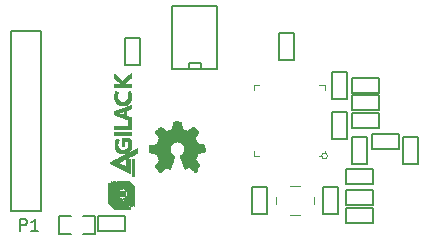
<source format=gbr>
G04 #@! TF.GenerationSoftware,KiCad,Pcbnew,5.0.2*
G04 #@! TF.CreationDate,2020-08-28T22:47:43+02:00*
G04 #@! TF.ProjectId,pmod-wifi-esp32,706d6f64-2d77-4696-9669-2d6573703332,2*
G04 #@! TF.SameCoordinates,Original*
G04 #@! TF.FileFunction,Legend,Top*
G04 #@! TF.FilePolarity,Positive*
%FSLAX46Y46*%
G04 Gerber Fmt 4.6, Leading zero omitted, Abs format (unit mm)*
G04 Created by KiCad (PCBNEW 5.0.2) date ven. 28 août 2020 22:47:43 CEST*
%MOMM*%
%LPD*%
G01*
G04 APERTURE LIST*
%ADD10C,0.101600*%
%ADD11C,0.150000*%
%ADD12C,0.127000*%
%ADD13C,0.100000*%
%ADD14C,0.027940*%
G04 APERTURE END LIST*
D10*
G04 #@! TO.C,U1*
X155750000Y-108000000D02*
X155550000Y-108000000D01*
X156000000Y-107550000D02*
X156000000Y-107750000D01*
X156000000Y-102000000D02*
X155550000Y-102000000D01*
X156000000Y-102450000D02*
X156000000Y-102000000D01*
X150000000Y-102000000D02*
X150000000Y-102450000D01*
X150450000Y-102000000D02*
X150000000Y-102000000D01*
X150000000Y-108000000D02*
X150450000Y-108000000D01*
X150000000Y-107550000D02*
X150000000Y-108000000D01*
X156250000Y-108000000D02*
G75*
G03X156250000Y-108000000I-250000J0D01*
G01*
D11*
G04 #@! TO.C,P1*
X132000000Y-112620000D02*
X132000000Y-97380000D01*
X132000000Y-97380000D02*
X129460000Y-97380000D01*
X129460000Y-97380000D02*
X129460000Y-112620000D01*
X132000000Y-112620000D02*
X129460000Y-112620000D01*
D12*
G04 #@! TO.C,C4*
X159635000Y-106357000D02*
X159635000Y-108643000D01*
X159635000Y-108643000D02*
X158365000Y-108643000D01*
X158365000Y-108643000D02*
X158365000Y-106357000D01*
X158365000Y-106357000D02*
X159635000Y-106357000D01*
G04 #@! TO.C,C5*
X163885000Y-106357000D02*
X163885000Y-108643000D01*
X163885000Y-108643000D02*
X162615000Y-108643000D01*
X162615000Y-108643000D02*
X162615000Y-106357000D01*
X162615000Y-106357000D02*
X163885000Y-106357000D01*
G04 #@! TO.C,L1*
X159977000Y-107385000D02*
X159977000Y-106115000D01*
X162263000Y-107385000D02*
X159977000Y-107385000D01*
X162263000Y-106115000D02*
X162263000Y-107385000D01*
X159977000Y-106115000D02*
X162263000Y-106115000D01*
G04 #@! TO.C,C8*
X157885000Y-106543000D02*
X156615000Y-106543000D01*
X157885000Y-104257000D02*
X157885000Y-106543000D01*
X156615000Y-104257000D02*
X157885000Y-104257000D01*
X156615000Y-106543000D02*
X156615000Y-104257000D01*
G04 #@! TO.C,C9*
X160643000Y-102635000D02*
X158357000Y-102635000D01*
X158357000Y-102635000D02*
X158357000Y-101365000D01*
X158357000Y-101365000D02*
X160643000Y-101365000D01*
X160643000Y-101365000D02*
X160643000Y-102635000D01*
G04 #@! TO.C,C10*
X160643000Y-102865000D02*
X160643000Y-104135000D01*
X158357000Y-102865000D02*
X160643000Y-102865000D01*
X158357000Y-104135000D02*
X158357000Y-102865000D01*
X160643000Y-104135000D02*
X158357000Y-104135000D01*
G04 #@! TO.C,L2*
X160643000Y-105635000D02*
X158357000Y-105635000D01*
X158357000Y-105635000D02*
X158357000Y-104365000D01*
X158357000Y-104365000D02*
X160643000Y-104365000D01*
X160643000Y-104365000D02*
X160643000Y-105635000D01*
G04 #@! TO.C,C2*
X157857000Y-110385000D02*
X157857000Y-109115000D01*
X160143000Y-110385000D02*
X157857000Y-110385000D01*
X160143000Y-109115000D02*
X160143000Y-110385000D01*
X157857000Y-109115000D02*
X160143000Y-109115000D01*
G04 #@! TO.C,C3*
X157857000Y-110865000D02*
X160143000Y-110865000D01*
X160143000Y-110865000D02*
X160143000Y-112135000D01*
X160143000Y-112135000D02*
X157857000Y-112135000D01*
X157857000Y-112135000D02*
X157857000Y-110865000D01*
G04 #@! TO.C,R2*
X156615000Y-103143000D02*
X156615000Y-100857000D01*
X156615000Y-100857000D02*
X157885000Y-100857000D01*
X157885000Y-100857000D02*
X157885000Y-103143000D01*
X157885000Y-103143000D02*
X156615000Y-103143000D01*
G04 #@! TO.C,R1*
X157857000Y-112365000D02*
X160143000Y-112365000D01*
X160143000Y-112365000D02*
X160143000Y-113635000D01*
X160143000Y-113635000D02*
X157857000Y-113635000D01*
X157857000Y-113635000D02*
X157857000Y-112365000D01*
G04 #@! TO.C,C6*
X157135000Y-110607000D02*
X157135000Y-112893000D01*
X157135000Y-112893000D02*
X155865000Y-112893000D01*
X155865000Y-112893000D02*
X155865000Y-110607000D01*
X155865000Y-110607000D02*
X157135000Y-110607000D01*
G04 #@! TO.C,C7*
X151135000Y-112893000D02*
X149865000Y-112893000D01*
X151135000Y-110607000D02*
X151135000Y-112893000D01*
X149865000Y-110607000D02*
X151135000Y-110607000D01*
X149865000Y-112893000D02*
X149865000Y-110607000D01*
D13*
G04 #@! TO.C,X1*
X153100000Y-113000000D02*
X153900000Y-113000000D01*
X153100000Y-110500000D02*
X153900000Y-110500000D01*
X155100000Y-111450000D02*
X155100000Y-112050000D01*
X151900000Y-112050000D02*
X151900000Y-111450000D01*
D12*
G04 #@! TO.C,U2*
X146778000Y-100667000D02*
X146905000Y-100667000D01*
X146905000Y-100667000D02*
X146905000Y-95333000D01*
X143095000Y-95333000D02*
X143095000Y-100667000D01*
X143095000Y-100667000D02*
X146778000Y-100667000D01*
X144492000Y-100667000D02*
X144492000Y-100159000D01*
X144492000Y-100159000D02*
X145508000Y-100159000D01*
X145508000Y-100159000D02*
X145508000Y-100667000D01*
X143095000Y-95333000D02*
X146905000Y-95333000D01*
G04 #@! TO.C,C1*
X135508000Y-113038000D02*
X136524000Y-113038000D01*
X136524000Y-113038000D02*
X136524000Y-114562000D01*
X136524000Y-114562000D02*
X135508000Y-114562000D01*
X134492000Y-114562000D02*
X133476000Y-114562000D01*
X133476000Y-114562000D02*
X133476000Y-113038000D01*
X133476000Y-113038000D02*
X134492000Y-113038000D01*
G04 #@! TO.C,C11*
X140385000Y-100283000D02*
X139115000Y-100283000D01*
X140385000Y-97997000D02*
X140385000Y-100283000D01*
X139115000Y-97997000D02*
X140385000Y-97997000D01*
X139115000Y-100283000D02*
X139115000Y-97997000D01*
G04 #@! TO.C,FB1*
X136857000Y-113115000D02*
X139143000Y-113115000D01*
X139143000Y-113115000D02*
X139143000Y-114385000D01*
X139143000Y-114385000D02*
X136857000Y-114385000D01*
X136857000Y-114385000D02*
X136857000Y-113115000D01*
G04 #@! TO.C,C12*
X152165000Y-99893000D02*
X152165000Y-97607000D01*
X152165000Y-97607000D02*
X153435000Y-97607000D01*
X153435000Y-97607000D02*
X153435000Y-99893000D01*
X153435000Y-99893000D02*
X152165000Y-99893000D01*
D14*
G04 #@! TO.C,ohw_logo*
X142064900Y-109386600D02*
X142141100Y-109386600D01*
X145036700Y-109361200D02*
X145087500Y-109361200D01*
X142039500Y-109361200D02*
X142141100Y-109361200D01*
X145011300Y-109335800D02*
X145112900Y-109335800D01*
X142014100Y-109335800D02*
X142166500Y-109335800D01*
X144985900Y-109310400D02*
X145138300Y-109310400D01*
X141988700Y-109310400D02*
X142166500Y-109310400D01*
X144960500Y-109285000D02*
X145163700Y-109285000D01*
X141963300Y-109285000D02*
X142191900Y-109285000D01*
X144935100Y-109259600D02*
X145163700Y-109259600D01*
X141937900Y-109259600D02*
X142191900Y-109259600D01*
X144909700Y-109234200D02*
X145189100Y-109234200D01*
X141937900Y-109234200D02*
X142217300Y-109234200D01*
X144858900Y-109208800D02*
X145189100Y-109208800D01*
X141912500Y-109208800D02*
X142242700Y-109208800D01*
X144808100Y-109183400D02*
X145214500Y-109183400D01*
X141912500Y-109183400D02*
X142268100Y-109183400D01*
X144757300Y-109158000D02*
X145214500Y-109158000D01*
X141912500Y-109158000D02*
X142293500Y-109158000D01*
X144731900Y-109132600D02*
X145214500Y-109132600D01*
X141912500Y-109132600D02*
X142344300Y-109132600D01*
X144706500Y-109107200D02*
X145214500Y-109107200D01*
X141887100Y-109107200D02*
X142369700Y-109107200D01*
X144655700Y-109081800D02*
X145214500Y-109081800D01*
X144147700Y-109081800D02*
X144173100Y-109081800D01*
X142852300Y-109081800D02*
X142903100Y-109081800D01*
X141861700Y-109081800D02*
X142420500Y-109081800D01*
X144655700Y-109056400D02*
X145214500Y-109056400D01*
X144147700Y-109056400D02*
X144223900Y-109056400D01*
X142801500Y-109056400D02*
X142903100Y-109056400D01*
X141836300Y-109056400D02*
X142445900Y-109056400D01*
X144630300Y-109031000D02*
X145189100Y-109031000D01*
X144122300Y-109031000D02*
X144274700Y-109031000D01*
X142750700Y-109031000D02*
X142928500Y-109031000D01*
X141810900Y-109031000D02*
X142496700Y-109031000D01*
X144604900Y-109005600D02*
X145214500Y-109005600D01*
X144122300Y-109005600D02*
X144325500Y-109005600D01*
X142674500Y-109005600D02*
X142928500Y-109005600D01*
X141785500Y-109005600D02*
X142547500Y-109005600D01*
X144579500Y-108980200D02*
X145239900Y-108980200D01*
X144122300Y-108980200D02*
X144376300Y-108980200D01*
X141760100Y-108980200D02*
X142953900Y-108980200D01*
X144503300Y-108954800D02*
X145265300Y-108954800D01*
X144096900Y-108954800D02*
X144452500Y-108954800D01*
X141734700Y-108954800D02*
X142953900Y-108954800D01*
X144096900Y-108929400D02*
X145290700Y-108929400D01*
X141709300Y-108929400D02*
X142953900Y-108929400D01*
X144071500Y-108904000D02*
X145290700Y-108904000D01*
X141683900Y-108904000D02*
X142979300Y-108904000D01*
X144071500Y-108878600D02*
X145316100Y-108878600D01*
X141658500Y-108878600D02*
X142979300Y-108878600D01*
X144071500Y-108853200D02*
X145341500Y-108853200D01*
X141658500Y-108853200D02*
X142979300Y-108853200D01*
X144046100Y-108827800D02*
X145366900Y-108827800D01*
X141658500Y-108827800D02*
X143004700Y-108827800D01*
X144046100Y-108802400D02*
X145392300Y-108802400D01*
X141658500Y-108802400D02*
X143004700Y-108802400D01*
X144046100Y-108777000D02*
X145392300Y-108777000D01*
X141683900Y-108777000D02*
X143004700Y-108777000D01*
X144020700Y-108751600D02*
X145392300Y-108751600D01*
X141709300Y-108751600D02*
X143030100Y-108751600D01*
X144020700Y-108726200D02*
X145366900Y-108726200D01*
X141709300Y-108726200D02*
X143030100Y-108726200D01*
X143995300Y-108700800D02*
X145366900Y-108700800D01*
X141734700Y-108700800D02*
X143030100Y-108700800D01*
X143995300Y-108675400D02*
X145341500Y-108675400D01*
X141760100Y-108675400D02*
X143055500Y-108675400D01*
X143995300Y-108650000D02*
X145316100Y-108650000D01*
X141785500Y-108650000D02*
X143055500Y-108650000D01*
X143969900Y-108624600D02*
X145290700Y-108624600D01*
X141785500Y-108624600D02*
X143055500Y-108624600D01*
X143969900Y-108599200D02*
X145290700Y-108599200D01*
X141810900Y-108599200D02*
X143080900Y-108599200D01*
X143944500Y-108573800D02*
X145265300Y-108573800D01*
X141836300Y-108573800D02*
X143080900Y-108573800D01*
X143944500Y-108548400D02*
X145239900Y-108548400D01*
X141836300Y-108548400D02*
X143106300Y-108548400D01*
X143944500Y-108523000D02*
X145239900Y-108523000D01*
X141861700Y-108523000D02*
X143106300Y-108523000D01*
X143919100Y-108497600D02*
X145214500Y-108497600D01*
X141887100Y-108497600D02*
X143106300Y-108497600D01*
X143919100Y-108472200D02*
X145189100Y-108472200D01*
X141912500Y-108472200D02*
X143131700Y-108472200D01*
X143893700Y-108446800D02*
X145189100Y-108446800D01*
X141912500Y-108446800D02*
X143131700Y-108446800D01*
X143893700Y-108421400D02*
X145163700Y-108421400D01*
X141937900Y-108421400D02*
X143131700Y-108421400D01*
X143893700Y-108396000D02*
X145138300Y-108396000D01*
X141963300Y-108396000D02*
X143157100Y-108396000D01*
X143868300Y-108370600D02*
X145138300Y-108370600D01*
X141988700Y-108370600D02*
X143157100Y-108370600D01*
X143868300Y-108345200D02*
X145112900Y-108345200D01*
X141988700Y-108345200D02*
X143157100Y-108345200D01*
X143868300Y-108319800D02*
X145087500Y-108319800D01*
X141988700Y-108319800D02*
X143182500Y-108319800D01*
X143842900Y-108294400D02*
X145062100Y-108294400D01*
X141988700Y-108294400D02*
X143182500Y-108294400D01*
X143842900Y-108269000D02*
X145062100Y-108269000D01*
X141963300Y-108269000D02*
X143182500Y-108269000D01*
X143817500Y-108243600D02*
X145036700Y-108243600D01*
X141963300Y-108243600D02*
X143207900Y-108243600D01*
X143817500Y-108218200D02*
X145062100Y-108218200D01*
X141937900Y-108218200D02*
X143207900Y-108218200D01*
X143817500Y-108192800D02*
X145062100Y-108192800D01*
X141937900Y-108192800D02*
X143207900Y-108192800D01*
X143792100Y-108167400D02*
X145087500Y-108167400D01*
X141912500Y-108167400D02*
X143233300Y-108167400D01*
X143792100Y-108142000D02*
X145087500Y-108142000D01*
X141912500Y-108142000D02*
X143233300Y-108142000D01*
X143766700Y-108116600D02*
X145112900Y-108116600D01*
X141887100Y-108116600D02*
X143258700Y-108116600D01*
X143766700Y-108091200D02*
X145112900Y-108091200D01*
X141887100Y-108091200D02*
X143258700Y-108091200D01*
X143766700Y-108065800D02*
X145112900Y-108065800D01*
X141861700Y-108065800D02*
X143258700Y-108065800D01*
X143741300Y-108040400D02*
X145138300Y-108040400D01*
X141861700Y-108040400D02*
X143284100Y-108040400D01*
X143741300Y-108015000D02*
X145138300Y-108015000D01*
X141861700Y-108015000D02*
X143284100Y-108015000D01*
X143741300Y-107989600D02*
X145163700Y-107989600D01*
X141836300Y-107989600D02*
X143284100Y-107989600D01*
X143741300Y-107964200D02*
X145163700Y-107964200D01*
X141836300Y-107964200D02*
X143258700Y-107964200D01*
X143792100Y-107938800D02*
X145163700Y-107938800D01*
X141836300Y-107938800D02*
X143207900Y-107938800D01*
X143842900Y-107913400D02*
X145189100Y-107913400D01*
X141810900Y-107913400D02*
X143157100Y-107913400D01*
X143868300Y-107888000D02*
X145189100Y-107888000D01*
X141810900Y-107888000D02*
X143131700Y-107888000D01*
X143893700Y-107862600D02*
X145189100Y-107862600D01*
X141810900Y-107862600D02*
X143106300Y-107862600D01*
X143944500Y-107837200D02*
X145189100Y-107837200D01*
X141810900Y-107837200D02*
X143055500Y-107837200D01*
X143969900Y-107811800D02*
X145214500Y-107811800D01*
X141785500Y-107811800D02*
X143055500Y-107811800D01*
X143969900Y-107786400D02*
X145214500Y-107786400D01*
X141683900Y-107786400D02*
X143030100Y-107786400D01*
X143995300Y-107761000D02*
X145214500Y-107761000D01*
X141556900Y-107761000D02*
X143004700Y-107761000D01*
X144020700Y-107735600D02*
X145316100Y-107735600D01*
X141404500Y-107735600D02*
X142979300Y-107735600D01*
X144046100Y-107710200D02*
X145493900Y-107710200D01*
X141277500Y-107710200D02*
X142979300Y-107710200D01*
X144046100Y-107684800D02*
X145646300Y-107684800D01*
X141175900Y-107684800D02*
X142953900Y-107684800D01*
X144071500Y-107659400D02*
X145798700Y-107659400D01*
X141175900Y-107659400D02*
X142928500Y-107659400D01*
X144071500Y-107634000D02*
X145824100Y-107634000D01*
X141175900Y-107634000D02*
X142928500Y-107634000D01*
X144096900Y-107608600D02*
X145824100Y-107608600D01*
X141175900Y-107608600D02*
X142928500Y-107608600D01*
X144096900Y-107583200D02*
X145824100Y-107583200D01*
X141175900Y-107583200D02*
X142903100Y-107583200D01*
X144096900Y-107557800D02*
X145849500Y-107557800D01*
X141175900Y-107557800D02*
X142903100Y-107557800D01*
X144122300Y-107532400D02*
X145849500Y-107532400D01*
X141150500Y-107532400D02*
X142903100Y-107532400D01*
X144122300Y-107507000D02*
X145849500Y-107507000D01*
X141150500Y-107507000D02*
X142877700Y-107507000D01*
X144122300Y-107481600D02*
X145849500Y-107481600D01*
X141150500Y-107481600D02*
X142877700Y-107481600D01*
X144122300Y-107456200D02*
X145849500Y-107456200D01*
X141150500Y-107456200D02*
X142877700Y-107456200D01*
X144122300Y-107430800D02*
X145849500Y-107430800D01*
X141150500Y-107430800D02*
X142877700Y-107430800D01*
X144122300Y-107405400D02*
X145849500Y-107405400D01*
X141150500Y-107405400D02*
X142877700Y-107405400D01*
X144122300Y-107380000D02*
X145849500Y-107380000D01*
X141150500Y-107380000D02*
X142877700Y-107380000D01*
X144122300Y-107354600D02*
X145849500Y-107354600D01*
X141150500Y-107354600D02*
X142877700Y-107354600D01*
X144122300Y-107329200D02*
X145849500Y-107329200D01*
X141150500Y-107329200D02*
X142877700Y-107329200D01*
X144122300Y-107303800D02*
X145849500Y-107303800D01*
X141175900Y-107303800D02*
X142877700Y-107303800D01*
X144122300Y-107278400D02*
X145824100Y-107278400D01*
X141175900Y-107278400D02*
X142877700Y-107278400D01*
X144122300Y-107253000D02*
X145824100Y-107253000D01*
X141175900Y-107253000D02*
X142903100Y-107253000D01*
X144096900Y-107227600D02*
X145824100Y-107227600D01*
X141175900Y-107227600D02*
X142903100Y-107227600D01*
X144096900Y-107202200D02*
X145824100Y-107202200D01*
X141175900Y-107202200D02*
X142903100Y-107202200D01*
X144096900Y-107176800D02*
X145824100Y-107176800D01*
X141175900Y-107176800D02*
X142903100Y-107176800D01*
X144071500Y-107151400D02*
X145824100Y-107151400D01*
X141175900Y-107151400D02*
X142928500Y-107151400D01*
X144071500Y-107126000D02*
X145824100Y-107126000D01*
X141175900Y-107126000D02*
X142928500Y-107126000D01*
X144046100Y-107100600D02*
X145824100Y-107100600D01*
X141175900Y-107100600D02*
X142953900Y-107100600D01*
X144046100Y-107075200D02*
X145824100Y-107075200D01*
X141201300Y-107075200D02*
X142953900Y-107075200D01*
X144020700Y-107049800D02*
X145798700Y-107049800D01*
X141328300Y-107049800D02*
X142979300Y-107049800D01*
X143995300Y-107024400D02*
X145798700Y-107024400D01*
X141480700Y-107024400D02*
X143004700Y-107024400D01*
X143995300Y-106999000D02*
X145697100Y-106999000D01*
X141633100Y-106999000D02*
X143004700Y-106999000D01*
X143969900Y-106973600D02*
X145544700Y-106973600D01*
X141785500Y-106973600D02*
X143030100Y-106973600D01*
X143944500Y-106948200D02*
X145417700Y-106948200D01*
X141810900Y-106948200D02*
X143055500Y-106948200D01*
X143919100Y-106922800D02*
X145265300Y-106922800D01*
X141810900Y-106922800D02*
X143080900Y-106922800D01*
X143893700Y-106897400D02*
X145189100Y-106897400D01*
X141810900Y-106897400D02*
X143106300Y-106897400D01*
X143842900Y-106872000D02*
X145163700Y-106872000D01*
X141836300Y-106872000D02*
X143157100Y-106872000D01*
X143817500Y-106846600D02*
X145163700Y-106846600D01*
X141836300Y-106846600D02*
X143182500Y-106846600D01*
X143766700Y-106821200D02*
X145163700Y-106821200D01*
X141836300Y-106821200D02*
X143233300Y-106821200D01*
X143690500Y-106795800D02*
X145138300Y-106795800D01*
X141861700Y-106795800D02*
X143309500Y-106795800D01*
X143614300Y-106770400D02*
X145138300Y-106770400D01*
X141861700Y-106770400D02*
X143385700Y-106770400D01*
X141861700Y-106745000D02*
X145112900Y-106745000D01*
X141887100Y-106719600D02*
X145112900Y-106719600D01*
X141887100Y-106694200D02*
X145112900Y-106694200D01*
X141912500Y-106668800D02*
X145087500Y-106668800D01*
X141912500Y-106643400D02*
X145087500Y-106643400D01*
X141937900Y-106618000D02*
X145062100Y-106618000D01*
X141937900Y-106592600D02*
X145062100Y-106592600D01*
X141963300Y-106567200D02*
X145036700Y-106567200D01*
X141963300Y-106541800D02*
X145036700Y-106541800D01*
X141988700Y-106516400D02*
X145011300Y-106516400D01*
X141988700Y-106491000D02*
X144985900Y-106491000D01*
X141988700Y-106465600D02*
X144985900Y-106465600D01*
X141963300Y-106440200D02*
X145011300Y-106440200D01*
X141963300Y-106414800D02*
X145011300Y-106414800D01*
X141937900Y-106389400D02*
X145036700Y-106389400D01*
X141912500Y-106364000D02*
X145062100Y-106364000D01*
X141912500Y-106338600D02*
X145087500Y-106338600D01*
X141887100Y-106313200D02*
X145087500Y-106313200D01*
X141861700Y-106287800D02*
X145112900Y-106287800D01*
X141861700Y-106262400D02*
X145138300Y-106262400D01*
X141836300Y-106237000D02*
X145163700Y-106237000D01*
X141810900Y-106211600D02*
X145163700Y-106211600D01*
X141810900Y-106186200D02*
X145189100Y-106186200D01*
X141785500Y-106160800D02*
X145214500Y-106160800D01*
X141760100Y-106135400D02*
X145214500Y-106135400D01*
X141734700Y-106110000D02*
X145239900Y-106110000D01*
X141734700Y-106084600D02*
X145265300Y-106084600D01*
X141709300Y-106059200D02*
X145290700Y-106059200D01*
X141683900Y-106033800D02*
X145290700Y-106033800D01*
X141683900Y-106008400D02*
X145316100Y-106008400D01*
X141658500Y-105983000D02*
X145316100Y-105983000D01*
X141658500Y-105957600D02*
X145316100Y-105957600D01*
X141683900Y-105932200D02*
X145316100Y-105932200D01*
X141683900Y-105906800D02*
X145290700Y-105906800D01*
X142623700Y-105881400D02*
X145290700Y-105881400D01*
X141709300Y-105881400D02*
X142598300Y-105881400D01*
X144376300Y-105856000D02*
X145265300Y-105856000D01*
X142674500Y-105856000D02*
X144325500Y-105856000D01*
X141734700Y-105856000D02*
X142572900Y-105856000D01*
X144427100Y-105830600D02*
X145239900Y-105830600D01*
X142725300Y-105830600D02*
X144274700Y-105830600D01*
X141760100Y-105830600D02*
X142522100Y-105830600D01*
X144452500Y-105805200D02*
X145214500Y-105805200D01*
X142776100Y-105805200D02*
X144223900Y-105805200D01*
X141785500Y-105805200D02*
X142496700Y-105805200D01*
X144477900Y-105779800D02*
X145189100Y-105779800D01*
X142826900Y-105779800D02*
X144147700Y-105779800D01*
X141810900Y-105779800D02*
X142471300Y-105779800D01*
X144528700Y-105754400D02*
X145163700Y-105754400D01*
X142903100Y-105754400D02*
X144096900Y-105754400D01*
X141836300Y-105754400D02*
X142420500Y-105754400D01*
X144554100Y-105729000D02*
X145138300Y-105729000D01*
X142979300Y-105729000D02*
X144020700Y-105729000D01*
X141861700Y-105729000D02*
X142395100Y-105729000D01*
X144604900Y-105703600D02*
X145112900Y-105703600D01*
X143055500Y-105703600D02*
X143919100Y-105703600D01*
X141887100Y-105703600D02*
X142344300Y-105703600D01*
X144630300Y-105678200D02*
X145087500Y-105678200D01*
X143080900Y-105678200D02*
X143919100Y-105678200D01*
X141912500Y-105678200D02*
X142318900Y-105678200D01*
X144681100Y-105652800D02*
X145062100Y-105652800D01*
X143080900Y-105652800D02*
X143919100Y-105652800D01*
X141937900Y-105652800D02*
X142293500Y-105652800D01*
X144706500Y-105627400D02*
X145036700Y-105627400D01*
X143080900Y-105627400D02*
X143919100Y-105627400D01*
X141963300Y-105627400D02*
X142242700Y-105627400D01*
X144757300Y-105602000D02*
X144985900Y-105602000D01*
X143080900Y-105602000D02*
X143893700Y-105602000D01*
X142014100Y-105602000D02*
X142217300Y-105602000D01*
X144782700Y-105576600D02*
X144960500Y-105576600D01*
X143080900Y-105576600D02*
X143893700Y-105576600D01*
X142039500Y-105576600D02*
X142166500Y-105576600D01*
X144833500Y-105551200D02*
X144935100Y-105551200D01*
X143106300Y-105551200D02*
X143893700Y-105551200D01*
X142064900Y-105551200D02*
X142141100Y-105551200D01*
X143106300Y-105525800D02*
X143893700Y-105525800D01*
X143106300Y-105500400D02*
X143893700Y-105500400D01*
X143106300Y-105475000D02*
X143893700Y-105475000D01*
X143106300Y-105449600D02*
X143893700Y-105449600D01*
X143106300Y-105424200D02*
X143868300Y-105424200D01*
X143131700Y-105398800D02*
X143868300Y-105398800D01*
X143131700Y-105373400D02*
X143868300Y-105373400D01*
X143131700Y-105348000D02*
X143868300Y-105348000D01*
X143131700Y-105322600D02*
X143868300Y-105322600D01*
X143131700Y-105297200D02*
X143868300Y-105297200D01*
X143157100Y-105271800D02*
X143842900Y-105271800D01*
X143157100Y-105246400D02*
X143842900Y-105246400D01*
X143157100Y-105221000D02*
X143842900Y-105221000D01*
X143157100Y-105195600D02*
X143842900Y-105195600D01*
X143157100Y-105170200D02*
X143842900Y-105170200D01*
X143157100Y-105144800D02*
X143842900Y-105144800D01*
X143182500Y-105119400D02*
X143817500Y-105119400D01*
X143182500Y-105094000D02*
X143817500Y-105094000D01*
X143334900Y-105068600D02*
X143588900Y-105068600D01*
G04 #@! TO.C,agilack-11.5*
X140108720Y-107727160D02*
X140108720Y-107346160D01*
X140083320Y-107752560D02*
X140083320Y-107371560D01*
X140057920Y-107752560D02*
X140057920Y-107371560D01*
X140032520Y-107777960D02*
X140032520Y-107396960D01*
X140007120Y-107777960D02*
X140007120Y-107396960D01*
X139981720Y-107803360D02*
X139981720Y-107422360D01*
X139956320Y-107803360D02*
X139956320Y-107422360D01*
X139930920Y-107828760D02*
X139930920Y-107447760D01*
X139905520Y-107828760D02*
X139905520Y-107447760D01*
X139905520Y-109682960D02*
X139905520Y-108209760D01*
X139880120Y-107854160D02*
X139880120Y-107473160D01*
X139880120Y-109682960D02*
X139880120Y-108209760D01*
X139880120Y-112197560D02*
X139880120Y-110546560D01*
X139854720Y-107854160D02*
X139854720Y-107473160D01*
X139854720Y-109682960D02*
X139854720Y-108209760D01*
X139854720Y-112197560D02*
X139854720Y-110521160D01*
X139829320Y-107879560D02*
X139829320Y-107498560D01*
X139829320Y-109682960D02*
X139829320Y-108209760D01*
X139829320Y-112197560D02*
X139829320Y-110495760D01*
X139803920Y-107879560D02*
X139803920Y-107498560D01*
X139803920Y-109682960D02*
X139803920Y-108209760D01*
X139803920Y-112146760D02*
X139803920Y-110470360D01*
X139778520Y-107904960D02*
X139778520Y-107523960D01*
X139778520Y-109682960D02*
X139778520Y-108209760D01*
X139778520Y-112121360D02*
X139778520Y-110444960D01*
X139753120Y-107904960D02*
X139753120Y-107549360D01*
X139753120Y-109682960D02*
X139753120Y-108209760D01*
X139753120Y-112095960D02*
X139753120Y-110419560D01*
X139727720Y-107930360D02*
X139727720Y-107549360D01*
X139727720Y-109682960D02*
X139727720Y-108209760D01*
X139727720Y-112070560D02*
X139727720Y-110394160D01*
X139702320Y-107930360D02*
X139702320Y-107574760D01*
X139702320Y-109682960D02*
X139702320Y-108209760D01*
X139702320Y-112045160D02*
X139702320Y-110368760D01*
X139676920Y-107955760D02*
X139676920Y-107574760D01*
X139676920Y-109682960D02*
X139676920Y-108209760D01*
X139676920Y-112019760D02*
X139676920Y-110343360D01*
X139676920Y-112197560D02*
X139676920Y-112172160D01*
X139651520Y-107955760D02*
X139651520Y-107600160D01*
X139651520Y-111994360D02*
X139651520Y-110317960D01*
X139651520Y-112197560D02*
X139651520Y-112146760D01*
X139626120Y-107244560D02*
X139626120Y-106812760D01*
X139626120Y-107981160D02*
X139626120Y-107600160D01*
X139626120Y-111968960D02*
X139626120Y-110292560D01*
X139626120Y-112197560D02*
X139626120Y-112121360D01*
X139600720Y-103180560D02*
X139600720Y-102748760D01*
X139600720Y-107320760D02*
X139600720Y-106736560D01*
X139600720Y-107981160D02*
X139600720Y-107625560D01*
X139600720Y-111943560D02*
X139600720Y-110267160D01*
X139600720Y-112197560D02*
X139600720Y-112095960D01*
X139575320Y-101351760D02*
X139575320Y-100996160D01*
X139575320Y-102164560D02*
X139575320Y-101910560D01*
X139575320Y-103256760D02*
X139575320Y-102647160D01*
X139575320Y-103967960D02*
X139575320Y-103688560D01*
X139575320Y-105745960D02*
X139575320Y-104704560D01*
X139575320Y-106177760D02*
X139575320Y-105923760D01*
X139575320Y-107396960D02*
X139575320Y-106660360D01*
X139575320Y-108006560D02*
X139575320Y-107625560D01*
X139575320Y-111918160D02*
X139575320Y-110241760D01*
X139575320Y-112197560D02*
X139575320Y-112070560D01*
X139549920Y-101377160D02*
X139549920Y-101021560D01*
X139549920Y-102164560D02*
X139549920Y-101910560D01*
X139549920Y-103332960D02*
X139549920Y-102570960D01*
X139549920Y-103993360D02*
X139549920Y-103713960D01*
X139549920Y-105745960D02*
X139549920Y-104704560D01*
X139549920Y-106177760D02*
X139549920Y-105923760D01*
X139549920Y-107447760D02*
X139549920Y-106609560D01*
X139549920Y-108006560D02*
X139549920Y-107650960D01*
X139549920Y-111892760D02*
X139549920Y-110216360D01*
X139549920Y-112197560D02*
X139549920Y-112045160D01*
X139549920Y-112451560D02*
X139549920Y-112375360D01*
X139524520Y-101402560D02*
X139524520Y-101046960D01*
X139524520Y-102164560D02*
X139524520Y-101910560D01*
X139524520Y-103358360D02*
X139524520Y-102494760D01*
X139524520Y-103993360D02*
X139524520Y-103713960D01*
X139524520Y-105745960D02*
X139524520Y-104679160D01*
X139524520Y-106177760D02*
X139524520Y-105923760D01*
X139524520Y-107473160D02*
X139524520Y-106584160D01*
X139524520Y-108031960D02*
X139524520Y-107650960D01*
X139524520Y-111867360D02*
X139524520Y-110190960D01*
X139524520Y-112197560D02*
X139524520Y-112019760D01*
X139524520Y-112451560D02*
X139524520Y-112349960D01*
X139499120Y-101427960D02*
X139499120Y-101072360D01*
X139499120Y-102164560D02*
X139499120Y-101910560D01*
X139499120Y-103409160D02*
X139499120Y-102494760D01*
X139499120Y-104018760D02*
X139499120Y-103713960D01*
X139499120Y-105745960D02*
X139499120Y-104679160D01*
X139499120Y-106177760D02*
X139499120Y-105923760D01*
X139499120Y-107498560D02*
X139499120Y-106533360D01*
X139499120Y-108031960D02*
X139499120Y-107676360D01*
X139499120Y-109403560D02*
X139499120Y-108209760D01*
X139499120Y-111841960D02*
X139499120Y-110165560D01*
X139499120Y-112197560D02*
X139499120Y-111994360D01*
X139499120Y-112451560D02*
X139499120Y-112324560D01*
X139473720Y-101453360D02*
X139473720Y-101097760D01*
X139473720Y-102164560D02*
X139473720Y-101910560D01*
X139473720Y-103434560D02*
X139473720Y-102520160D01*
X139473720Y-104018760D02*
X139473720Y-103739360D01*
X139473720Y-105745960D02*
X139473720Y-104679160D01*
X139473720Y-106177760D02*
X139473720Y-105923760D01*
X139473720Y-107549360D02*
X139473720Y-106507960D01*
X139473720Y-108057360D02*
X139473720Y-107676360D01*
X139473720Y-109403560D02*
X139473720Y-108209760D01*
X139473720Y-111816560D02*
X139473720Y-110140160D01*
X139473720Y-112146760D02*
X139473720Y-111968960D01*
X139473720Y-112451560D02*
X139473720Y-112299160D01*
X139448320Y-101478760D02*
X139448320Y-101097760D01*
X139448320Y-102164560D02*
X139448320Y-101910560D01*
X139448320Y-103485360D02*
X139448320Y-102520160D01*
X139448320Y-104018760D02*
X139448320Y-103739360D01*
X139448320Y-105745960D02*
X139448320Y-104653760D01*
X139448320Y-106177760D02*
X139448320Y-105923760D01*
X139448320Y-107549360D02*
X139448320Y-106482560D01*
X139448320Y-108057360D02*
X139448320Y-107701760D01*
X139448320Y-109403560D02*
X139448320Y-108209760D01*
X139448320Y-111791160D02*
X139448320Y-110140160D01*
X139448320Y-112121360D02*
X139448320Y-111943560D01*
X139448320Y-112451560D02*
X139448320Y-112273760D01*
X139422920Y-101478760D02*
X139422920Y-101123160D01*
X139422920Y-102164560D02*
X139422920Y-101910560D01*
X139422920Y-103510760D02*
X139422920Y-102520160D01*
X139422920Y-104044160D02*
X139422920Y-103739360D01*
X139422920Y-105745960D02*
X139422920Y-104653760D01*
X139422920Y-106177760D02*
X139422920Y-105923760D01*
X139422920Y-107574760D02*
X139422920Y-106482560D01*
X139422920Y-108082760D02*
X139422920Y-107701760D01*
X139422920Y-109378160D02*
X139422920Y-108235160D01*
X139422920Y-111765760D02*
X139422920Y-110140160D01*
X139422920Y-112095960D02*
X139422920Y-111918160D01*
X139422920Y-112451560D02*
X139422920Y-112273760D01*
X139397520Y-101504160D02*
X139397520Y-101148560D01*
X139397520Y-102164560D02*
X139397520Y-101910560D01*
X139397520Y-103536160D02*
X139397520Y-102545560D01*
X139397520Y-104044160D02*
X139397520Y-103764760D01*
X139397520Y-105745960D02*
X139397520Y-104653760D01*
X139397520Y-106177760D02*
X139397520Y-105923760D01*
X139397520Y-107600160D02*
X139397520Y-106482560D01*
X139397520Y-108082760D02*
X139397520Y-107727160D01*
X139397520Y-109378160D02*
X139397520Y-108235160D01*
X139397520Y-111740360D02*
X139397520Y-110140160D01*
X139397520Y-112070560D02*
X139397520Y-111892760D01*
X139397520Y-112451560D02*
X139397520Y-112273760D01*
X139372120Y-101529560D02*
X139372120Y-101173960D01*
X139372120Y-102164560D02*
X139372120Y-101910560D01*
X139372120Y-103536160D02*
X139372120Y-102545560D01*
X139372120Y-104069560D02*
X139372120Y-103764760D01*
X139372120Y-105745960D02*
X139372120Y-104628360D01*
X139372120Y-106177760D02*
X139372120Y-105923760D01*
X139372120Y-106863560D02*
X139372120Y-106482560D01*
X139372120Y-107625560D02*
X139372120Y-107142960D01*
X139372120Y-108108160D02*
X139372120Y-107727160D01*
X139372120Y-109352760D02*
X139372120Y-108260560D01*
X139372120Y-111714960D02*
X139372120Y-110140160D01*
X139372120Y-112045160D02*
X139372120Y-111867360D01*
X139372120Y-112451560D02*
X139372120Y-112273760D01*
X139346720Y-101554960D02*
X139346720Y-101199360D01*
X139346720Y-102164560D02*
X139346720Y-101910560D01*
X139346720Y-102748760D02*
X139346720Y-102570960D01*
X139346720Y-103561560D02*
X139346720Y-103078960D01*
X139346720Y-104069560D02*
X139346720Y-103764760D01*
X139346720Y-104907760D02*
X139346720Y-104628360D01*
X139346720Y-105745960D02*
X139346720Y-105491960D01*
X139346720Y-106177760D02*
X139346720Y-105923760D01*
X139346720Y-106787360D02*
X139346720Y-106482560D01*
X139346720Y-107650960D02*
X139346720Y-107219160D01*
X139346720Y-108108160D02*
X139346720Y-107752560D01*
X139346720Y-109352760D02*
X139346720Y-108260560D01*
X139346720Y-111689560D02*
X139346720Y-110140160D01*
X139346720Y-112019760D02*
X139346720Y-111841960D01*
X139346720Y-112451560D02*
X139346720Y-112273760D01*
X139321320Y-101580360D02*
X139321320Y-101224760D01*
X139321320Y-102164560D02*
X139321320Y-101910560D01*
X139321320Y-102672560D02*
X139321320Y-102570960D01*
X139321320Y-103586960D02*
X139321320Y-103155160D01*
X139321320Y-104069560D02*
X139321320Y-103790160D01*
X139321320Y-104882360D02*
X139321320Y-104602960D01*
X139321320Y-105745960D02*
X139321320Y-105491960D01*
X139321320Y-106177760D02*
X139321320Y-105923760D01*
X139321320Y-106761960D02*
X139321320Y-106482560D01*
X139321320Y-107650960D02*
X139321320Y-107269960D01*
X139321320Y-108133560D02*
X139321320Y-107752560D01*
X139321320Y-109327360D02*
X139321320Y-108285960D01*
X139321320Y-111664160D02*
X139321320Y-110140160D01*
X139321320Y-111994360D02*
X139321320Y-111816560D01*
X139321320Y-112197560D02*
X139321320Y-112146760D01*
X139321320Y-112451560D02*
X139321320Y-112273760D01*
X139295920Y-101605760D02*
X139295920Y-101250160D01*
X139295920Y-102164560D02*
X139295920Y-101910560D01*
X139295920Y-103586960D02*
X139295920Y-103205960D01*
X139295920Y-104094960D02*
X139295920Y-103790160D01*
X139295920Y-104882360D02*
X139295920Y-104602960D01*
X139295920Y-105745960D02*
X139295920Y-105491960D01*
X139295920Y-106177760D02*
X139295920Y-105923760D01*
X139295920Y-106736560D02*
X139295920Y-106482560D01*
X139295920Y-107676360D02*
X139295920Y-107295360D01*
X139295920Y-108133560D02*
X139295920Y-107777960D01*
X139295920Y-109327360D02*
X139295920Y-108285960D01*
X139295920Y-111638760D02*
X139295920Y-110140160D01*
X139295920Y-111968960D02*
X139295920Y-111791160D01*
X139295920Y-112197560D02*
X139295920Y-112121360D01*
X139295920Y-112451560D02*
X139295920Y-112273760D01*
X139270520Y-101631160D02*
X139270520Y-101275560D01*
X139270520Y-102164560D02*
X139270520Y-101910560D01*
X139270520Y-103612360D02*
X139270520Y-103231360D01*
X139270520Y-104094960D02*
X139270520Y-103815560D01*
X139270520Y-104882360D02*
X139270520Y-104602960D01*
X139270520Y-105745960D02*
X139270520Y-105491960D01*
X139270520Y-106177760D02*
X139270520Y-105923760D01*
X139270520Y-106736560D02*
X139270520Y-106482560D01*
X139270520Y-107676360D02*
X139270520Y-107320760D01*
X139270520Y-108158960D02*
X139270520Y-107777960D01*
X139270520Y-109301960D02*
X139270520Y-108311360D01*
X139270520Y-111130760D02*
X139270520Y-110140160D01*
X139270520Y-111613360D02*
X139270520Y-111232360D01*
X139270520Y-111943560D02*
X139270520Y-111765760D01*
X139270520Y-112197560D02*
X139270520Y-112095960D01*
X139270520Y-112451560D02*
X139270520Y-112273760D01*
X139245120Y-101656560D02*
X139245120Y-101300960D01*
X139245120Y-102164560D02*
X139245120Y-101910560D01*
X139245120Y-103637760D02*
X139245120Y-103256760D01*
X139245120Y-104094960D02*
X139245120Y-103815560D01*
X139245120Y-104856960D02*
X139245120Y-104577560D01*
X139245120Y-105745960D02*
X139245120Y-105491960D01*
X139245120Y-106177760D02*
X139245120Y-105923760D01*
X139245120Y-106736560D02*
X139245120Y-106482560D01*
X139245120Y-107701760D02*
X139245120Y-107346160D01*
X139245120Y-108158960D02*
X139245120Y-107803360D01*
X139245120Y-109301960D02*
X139245120Y-108311360D01*
X139245120Y-111029160D02*
X139245120Y-110140160D01*
X139245120Y-111587960D02*
X139245120Y-111308560D01*
X139245120Y-111918160D02*
X139245120Y-111740360D01*
X139245120Y-112197560D02*
X139245120Y-112070560D01*
X139245120Y-112451560D02*
X139245120Y-112273760D01*
X139219720Y-101656560D02*
X139219720Y-101326360D01*
X139219720Y-102164560D02*
X139219720Y-101910560D01*
X139219720Y-103637760D02*
X139219720Y-103282160D01*
X139219720Y-104856960D02*
X139219720Y-103815560D01*
X139219720Y-105745960D02*
X139219720Y-105491960D01*
X139219720Y-106177760D02*
X139219720Y-105923760D01*
X139219720Y-106736560D02*
X139219720Y-106482560D01*
X139219720Y-107701760D02*
X139219720Y-107371560D01*
X139219720Y-108184360D02*
X139219720Y-107803360D01*
X139219720Y-109276560D02*
X139219720Y-108336760D01*
X139219720Y-110978360D02*
X139219720Y-110140160D01*
X139219720Y-111562560D02*
X139219720Y-111384760D01*
X139219720Y-111892760D02*
X139219720Y-111714960D01*
X139219720Y-112197560D02*
X139219720Y-112045160D01*
X139219720Y-112451560D02*
X139219720Y-112273760D01*
X139194320Y-101681960D02*
X139194320Y-101326360D01*
X139194320Y-102164560D02*
X139194320Y-101910560D01*
X139194320Y-103637760D02*
X139194320Y-103307560D01*
X139194320Y-104831560D02*
X139194320Y-103840960D01*
X139194320Y-105745960D02*
X139194320Y-105491960D01*
X139194320Y-106177760D02*
X139194320Y-105923760D01*
X139194320Y-106736560D02*
X139194320Y-106482560D01*
X139194320Y-107727160D02*
X139194320Y-107396960D01*
X139194320Y-108184360D02*
X139194320Y-107828760D01*
X139194320Y-109276560D02*
X139194320Y-108336760D01*
X139194320Y-110952960D02*
X139194320Y-110140160D01*
X139194320Y-111537160D02*
X139194320Y-111410160D01*
X139194320Y-111867360D02*
X139194320Y-111689560D01*
X139194320Y-112197560D02*
X139194320Y-112019760D01*
X139194320Y-112451560D02*
X139194320Y-112273760D01*
X139168920Y-101707360D02*
X139168920Y-101351760D01*
X139168920Y-102164560D02*
X139168920Y-101910560D01*
X139168920Y-103663160D02*
X139168920Y-103332960D01*
X139168920Y-104831560D02*
X139168920Y-103840960D01*
X139168920Y-105745960D02*
X139168920Y-105491960D01*
X139168920Y-106177760D02*
X139168920Y-105923760D01*
X139168920Y-106736560D02*
X139168920Y-106482560D01*
X139168920Y-107727160D02*
X139168920Y-107396960D01*
X139168920Y-108209760D02*
X139168920Y-107828760D01*
X139168920Y-109251160D02*
X139168920Y-108870160D01*
X139168920Y-110902160D02*
X139168920Y-110140160D01*
X139168920Y-111511760D02*
X139168920Y-111435560D01*
X139168920Y-111841960D02*
X139168920Y-111664160D01*
X139168920Y-112197560D02*
X139168920Y-111994360D01*
X139168920Y-112451560D02*
X139168920Y-112273760D01*
X139143520Y-101732760D02*
X139143520Y-101377160D01*
X139143520Y-102164560D02*
X139143520Y-101910560D01*
X139143520Y-103663160D02*
X139143520Y-103358360D01*
X139143520Y-104831560D02*
X139143520Y-103840960D01*
X139143520Y-105745960D02*
X139143520Y-105491960D01*
X139143520Y-106177760D02*
X139143520Y-105923760D01*
X139143520Y-106736560D02*
X139143520Y-106482560D01*
X139143520Y-107727160D02*
X139143520Y-107422360D01*
X139143520Y-108209760D02*
X139143520Y-107854160D01*
X139143520Y-109251160D02*
X139143520Y-108870160D01*
X139143520Y-110876760D02*
X139143520Y-110140160D01*
X139143520Y-111206960D02*
X139143520Y-111156160D01*
X139143520Y-111486360D02*
X139143520Y-111460960D01*
X139143520Y-111816560D02*
X139143520Y-111638760D01*
X139143520Y-112197560D02*
X139143520Y-111968960D01*
X139143520Y-112451560D02*
X139143520Y-112273760D01*
X139118120Y-101758160D02*
X139118120Y-101402560D01*
X139118120Y-102164560D02*
X139118120Y-101910560D01*
X139118120Y-103663160D02*
X139118120Y-103358360D01*
X139118120Y-104806160D02*
X139118120Y-103866360D01*
X139118120Y-105745960D02*
X139118120Y-105491960D01*
X139118120Y-106177760D02*
X139118120Y-105923760D01*
X139118120Y-106736560D02*
X139118120Y-106482560D01*
X139118120Y-107727160D02*
X139118120Y-107447760D01*
X139118120Y-108235160D02*
X139118120Y-107854160D01*
X139118120Y-109225760D02*
X139118120Y-108844760D01*
X139118120Y-110876760D02*
X139118120Y-110140160D01*
X139118120Y-111283160D02*
X139118120Y-111054560D01*
X139118120Y-111791160D02*
X139118120Y-111613360D01*
X139118120Y-112197560D02*
X139118120Y-111968960D01*
X139118120Y-112451560D02*
X139118120Y-112273760D01*
X139092720Y-101783560D02*
X139092720Y-101427960D01*
X139092720Y-102164560D02*
X139092720Y-101910560D01*
X139092720Y-103688560D02*
X139092720Y-103383760D01*
X139092720Y-104806160D02*
X139092720Y-103866360D01*
X139092720Y-105745960D02*
X139092720Y-105491960D01*
X139092720Y-106177760D02*
X139092720Y-105923760D01*
X139092720Y-106736560D02*
X139092720Y-106482560D01*
X139092720Y-107752560D02*
X139092720Y-107447760D01*
X139092720Y-108235160D02*
X139092720Y-107879560D01*
X139092720Y-109225760D02*
X139092720Y-108844760D01*
X139092720Y-110851360D02*
X139092720Y-110140160D01*
X139092720Y-111333960D02*
X139092720Y-111029160D01*
X139092720Y-111765760D02*
X139092720Y-111587960D01*
X139092720Y-112197560D02*
X139092720Y-111943560D01*
X139092720Y-112451560D02*
X139092720Y-112273760D01*
X139067320Y-101808960D02*
X139067320Y-101453360D01*
X139067320Y-102164560D02*
X139067320Y-101910560D01*
X139067320Y-103688560D02*
X139067320Y-103383760D01*
X139067320Y-104806160D02*
X139067320Y-103891760D01*
X139067320Y-105745960D02*
X139067320Y-105491960D01*
X139067320Y-106177760D02*
X139067320Y-105923760D01*
X139067320Y-106736560D02*
X139067320Y-106482560D01*
X139067320Y-107752560D02*
X139067320Y-107447760D01*
X139067320Y-108260560D02*
X139067320Y-107879560D01*
X139067320Y-109200360D02*
X139067320Y-108819360D01*
X139067320Y-110825960D02*
X139067320Y-110140160D01*
X139067320Y-111359360D02*
X139067320Y-110978360D01*
X139067320Y-111740360D02*
X139067320Y-111562560D01*
X139067320Y-112197560D02*
X139067320Y-111918160D01*
X139067320Y-112451560D02*
X139067320Y-112273760D01*
X139041920Y-101808960D02*
X139041920Y-101478760D01*
X139041920Y-102164560D02*
X139041920Y-101910560D01*
X139041920Y-103688560D02*
X139041920Y-103383760D01*
X139041920Y-104780760D02*
X139041920Y-103891760D01*
X139041920Y-105745960D02*
X139041920Y-105491960D01*
X139041920Y-106177760D02*
X139041920Y-105923760D01*
X139041920Y-107117560D02*
X139041920Y-106482560D01*
X139041920Y-107752560D02*
X139041920Y-107473160D01*
X139041920Y-108260560D02*
X139041920Y-107904960D01*
X139041920Y-109200360D02*
X139041920Y-108819360D01*
X139041920Y-110800560D02*
X139041920Y-110140160D01*
X139041920Y-111384760D02*
X139041920Y-110978360D01*
X139041920Y-111714960D02*
X139041920Y-111562560D01*
X139041920Y-112197560D02*
X139041920Y-111892760D01*
X139041920Y-112451560D02*
X139041920Y-112273760D01*
X139016520Y-101834360D02*
X139016520Y-101504160D01*
X139016520Y-102164560D02*
X139016520Y-101910560D01*
X139016520Y-103688560D02*
X139016520Y-103409160D01*
X139016520Y-104780760D02*
X139016520Y-103891760D01*
X139016520Y-105745960D02*
X139016520Y-105491960D01*
X139016520Y-106177760D02*
X139016520Y-105923760D01*
X139016520Y-107117560D02*
X139016520Y-106482560D01*
X139016520Y-107752560D02*
X139016520Y-107473160D01*
X139016520Y-108285960D02*
X139016520Y-107904960D01*
X139016520Y-109174960D02*
X139016520Y-108793960D01*
X139016520Y-110775160D02*
X139016520Y-110140160D01*
X139016520Y-111384760D02*
X139016520Y-110952960D01*
X139016520Y-111689560D02*
X139016520Y-111562560D01*
X139016520Y-112197560D02*
X139016520Y-111867360D01*
X139016520Y-112451560D02*
X139016520Y-112273760D01*
X138991120Y-101859760D02*
X138991120Y-101529560D01*
X138991120Y-102164560D02*
X138991120Y-101910560D01*
X138991120Y-103688560D02*
X138991120Y-103409160D01*
X138991120Y-104196560D02*
X138991120Y-103917160D01*
X138991120Y-104780760D02*
X138991120Y-104501360D01*
X138991120Y-105745960D02*
X138991120Y-105491960D01*
X138991120Y-106177760D02*
X138991120Y-105923760D01*
X138991120Y-107117560D02*
X138991120Y-106482560D01*
X138991120Y-107752560D02*
X138991120Y-107473160D01*
X138991120Y-108285960D02*
X138991120Y-107930360D01*
X138991120Y-109174960D02*
X138991120Y-108793960D01*
X138991120Y-110749760D02*
X138991120Y-110140160D01*
X138991120Y-111410160D02*
X138991120Y-110952960D01*
X138991120Y-111664160D02*
X138991120Y-111562560D01*
X138991120Y-112197560D02*
X138991120Y-111841960D01*
X138991120Y-112451560D02*
X138991120Y-112273760D01*
X138965720Y-101885160D02*
X138965720Y-101554960D01*
X138965720Y-102164560D02*
X138965720Y-101910560D01*
X138965720Y-103688560D02*
X138965720Y-103409160D01*
X138965720Y-104196560D02*
X138965720Y-103917160D01*
X138965720Y-104755360D02*
X138965720Y-104501360D01*
X138965720Y-105745960D02*
X138965720Y-105491960D01*
X138965720Y-106177760D02*
X138965720Y-105923760D01*
X138965720Y-107117560D02*
X138965720Y-106482560D01*
X138965720Y-107752560D02*
X138965720Y-107473160D01*
X138965720Y-108311360D02*
X138965720Y-107930360D01*
X138965720Y-109149560D02*
X138965720Y-108768560D01*
X138965720Y-110724360D02*
X138965720Y-110140160D01*
X138965720Y-111410160D02*
X138965720Y-110927560D01*
X138965720Y-111638760D02*
X138965720Y-111562560D01*
X138965720Y-112197560D02*
X138965720Y-111816560D01*
X138965720Y-112451560D02*
X138965720Y-112273760D01*
X138940320Y-102164560D02*
X138940320Y-101554960D01*
X138940320Y-103688560D02*
X138940320Y-103409160D01*
X138940320Y-104196560D02*
X138940320Y-103917160D01*
X138940320Y-104755360D02*
X138940320Y-104475960D01*
X138940320Y-105745960D02*
X138940320Y-105491960D01*
X138940320Y-106177760D02*
X138940320Y-105923760D01*
X138940320Y-107117560D02*
X138940320Y-106482560D01*
X138940320Y-107752560D02*
X138940320Y-107473160D01*
X138940320Y-108311360D02*
X138940320Y-107955760D01*
X138940320Y-109149560D02*
X138940320Y-108768560D01*
X138940320Y-110698960D02*
X138940320Y-110140160D01*
X138940320Y-111410160D02*
X138940320Y-110927560D01*
X138940320Y-111613360D02*
X138940320Y-111562560D01*
X138940320Y-112197560D02*
X138940320Y-111791160D01*
X138940320Y-112451560D02*
X138940320Y-112273760D01*
X138914920Y-102164560D02*
X138914920Y-101580360D01*
X138914920Y-103688560D02*
X138914920Y-103409160D01*
X138914920Y-104221960D02*
X138914920Y-103942560D01*
X138914920Y-104729960D02*
X138914920Y-104475960D01*
X138914920Y-105745960D02*
X138914920Y-105491960D01*
X138914920Y-106177760D02*
X138914920Y-105923760D01*
X138914920Y-107117560D02*
X138914920Y-106482560D01*
X138914920Y-107752560D02*
X138914920Y-107473160D01*
X138914920Y-108336760D02*
X138914920Y-107955760D01*
X138914920Y-109124160D02*
X138914920Y-108768560D01*
X138914920Y-110673560D02*
X138914920Y-110140160D01*
X138914920Y-111410160D02*
X138914920Y-110927560D01*
X138914920Y-111587960D02*
X138914920Y-111562560D01*
X138914920Y-112197560D02*
X138914920Y-111765760D01*
X138914920Y-112451560D02*
X138914920Y-112273760D01*
X138889520Y-102164560D02*
X138889520Y-101605760D01*
X138889520Y-103688560D02*
X138889520Y-103409160D01*
X138889520Y-104221960D02*
X138889520Y-103942560D01*
X138889520Y-104729960D02*
X138889520Y-104475960D01*
X138889520Y-105745960D02*
X138889520Y-105491960D01*
X138889520Y-106177760D02*
X138889520Y-105923760D01*
X138889520Y-107117560D02*
X138889520Y-106482560D01*
X138889520Y-107752560D02*
X138889520Y-107473160D01*
X138889520Y-108336760D02*
X138889520Y-107981160D01*
X138889520Y-109124160D02*
X138889520Y-108743160D01*
X138889520Y-110648160D02*
X138889520Y-110140160D01*
X138889520Y-111410160D02*
X138889520Y-110927560D01*
X138889520Y-112197560D02*
X138889520Y-111740360D01*
X138889520Y-112451560D02*
X138889520Y-112273760D01*
X138864120Y-102164560D02*
X138864120Y-101631160D01*
X138864120Y-103688560D02*
X138864120Y-103409160D01*
X138864120Y-104221960D02*
X138864120Y-103942560D01*
X138864120Y-104729960D02*
X138864120Y-104450560D01*
X138864120Y-105745960D02*
X138864120Y-105491960D01*
X138864120Y-106177760D02*
X138864120Y-105923760D01*
X138864120Y-107117560D02*
X138864120Y-106482560D01*
X138864120Y-107752560D02*
X138864120Y-107473160D01*
X138864120Y-108362160D02*
X138864120Y-107981160D01*
X138864120Y-109098760D02*
X138864120Y-108743160D01*
X138864120Y-110622760D02*
X138864120Y-110140160D01*
X138864120Y-111410160D02*
X138864120Y-110927560D01*
X138864120Y-112197560D02*
X138864120Y-111714960D01*
X138864120Y-112451560D02*
X138864120Y-112273760D01*
X138838720Y-102164560D02*
X138838720Y-101631160D01*
X138838720Y-103688560D02*
X138838720Y-103409160D01*
X138838720Y-104247360D02*
X138838720Y-103967960D01*
X138838720Y-104704560D02*
X138838720Y-104450560D01*
X138838720Y-105745960D02*
X138838720Y-105491960D01*
X138838720Y-106177760D02*
X138838720Y-105923760D01*
X138838720Y-107117560D02*
X138838720Y-106482560D01*
X138838720Y-107752560D02*
X138838720Y-107473160D01*
X138838720Y-108362160D02*
X138838720Y-108006560D01*
X138838720Y-109098760D02*
X138838720Y-108717760D01*
X138838720Y-110597360D02*
X138838720Y-110140160D01*
X138838720Y-110775160D02*
X138838720Y-110749760D01*
X138838720Y-111410160D02*
X138838720Y-110927560D01*
X138838720Y-112197560D02*
X138838720Y-111689560D01*
X138838720Y-112451560D02*
X138838720Y-112273760D01*
X138813320Y-102164560D02*
X138813320Y-101605760D01*
X138813320Y-103688560D02*
X138813320Y-103409160D01*
X138813320Y-104247360D02*
X138813320Y-103967960D01*
X138813320Y-104704560D02*
X138813320Y-104450560D01*
X138813320Y-105745960D02*
X138813320Y-105491960D01*
X138813320Y-106177760D02*
X138813320Y-105923760D01*
X138813320Y-107752560D02*
X138813320Y-107473160D01*
X138813320Y-108387560D02*
X138813320Y-108006560D01*
X138813320Y-109073360D02*
X138813320Y-108717760D01*
X138813320Y-110571960D02*
X138813320Y-110140160D01*
X138813320Y-110775160D02*
X138813320Y-110724360D01*
X138813320Y-111410160D02*
X138813320Y-110927560D01*
X138813320Y-112197560D02*
X138813320Y-111664160D01*
X138813320Y-112451560D02*
X138813320Y-112273760D01*
X138787920Y-101885160D02*
X138787920Y-101580360D01*
X138787920Y-102164560D02*
X138787920Y-101910560D01*
X138787920Y-103688560D02*
X138787920Y-103409160D01*
X138787920Y-104247360D02*
X138787920Y-103993360D01*
X138787920Y-104704560D02*
X138787920Y-104425160D01*
X138787920Y-105745960D02*
X138787920Y-105491960D01*
X138787920Y-106177760D02*
X138787920Y-105923760D01*
X138787920Y-107752560D02*
X138787920Y-107473160D01*
X138787920Y-108387560D02*
X138787920Y-108031960D01*
X138787920Y-109073360D02*
X138787920Y-108692360D01*
X138787920Y-110546560D02*
X138787920Y-110140160D01*
X138787920Y-110775160D02*
X138787920Y-110698960D01*
X138787920Y-111410160D02*
X138787920Y-110952960D01*
X138787920Y-112197560D02*
X138787920Y-111638760D01*
X138787920Y-112451560D02*
X138787920Y-112273760D01*
X138762520Y-101885160D02*
X138762520Y-101554960D01*
X138762520Y-102164560D02*
X138762520Y-101910560D01*
X138762520Y-103688560D02*
X138762520Y-103409160D01*
X138762520Y-104272760D02*
X138762520Y-103993360D01*
X138762520Y-104679160D02*
X138762520Y-104425160D01*
X138762520Y-105745960D02*
X138762520Y-105491960D01*
X138762520Y-106177760D02*
X138762520Y-105923760D01*
X138762520Y-107752560D02*
X138762520Y-107447760D01*
X138762520Y-108412960D02*
X138762520Y-108031960D01*
X138762520Y-109047960D02*
X138762520Y-108692360D01*
X138762520Y-110521160D02*
X138762520Y-110140160D01*
X138762520Y-110775160D02*
X138762520Y-110673560D01*
X138762520Y-111384760D02*
X138762520Y-110952960D01*
X138762520Y-112197560D02*
X138762520Y-111613360D01*
X138762520Y-112451560D02*
X138762520Y-112273760D01*
X138737120Y-101859760D02*
X138737120Y-101529560D01*
X138737120Y-102164560D02*
X138737120Y-101910560D01*
X138737120Y-103688560D02*
X138737120Y-103383760D01*
X138737120Y-104272760D02*
X138737120Y-103993360D01*
X138737120Y-104679160D02*
X138737120Y-104425160D01*
X138737120Y-105745960D02*
X138737120Y-105491960D01*
X138737120Y-106177760D02*
X138737120Y-105923760D01*
X138737120Y-107752560D02*
X138737120Y-107447760D01*
X138737120Y-108412960D02*
X138737120Y-108057360D01*
X138737120Y-109047960D02*
X138737120Y-108666960D01*
X138737120Y-110495760D02*
X138737120Y-110140160D01*
X138737120Y-110775160D02*
X138737120Y-110622760D01*
X138737120Y-111384760D02*
X138737120Y-110952960D01*
X138737120Y-112197560D02*
X138737120Y-111587960D01*
X138737120Y-112451560D02*
X138737120Y-112273760D01*
X138711720Y-101834360D02*
X138711720Y-101504160D01*
X138711720Y-102164560D02*
X138711720Y-101910560D01*
X138711720Y-103688560D02*
X138711720Y-103383760D01*
X138711720Y-104272760D02*
X138711720Y-104018760D01*
X138711720Y-104679160D02*
X138711720Y-104399760D01*
X138711720Y-105745960D02*
X138711720Y-105491960D01*
X138711720Y-106177760D02*
X138711720Y-105923760D01*
X138711720Y-107727160D02*
X138711720Y-107447760D01*
X138711720Y-108438360D02*
X138711720Y-108057360D01*
X138711720Y-109022560D02*
X138711720Y-108666960D01*
X138711720Y-110470360D02*
X138711720Y-110140160D01*
X138711720Y-110775160D02*
X138711720Y-110597360D01*
X138711720Y-111359360D02*
X138711720Y-110978360D01*
X138711720Y-112197560D02*
X138711720Y-111562560D01*
X138711720Y-112451560D02*
X138711720Y-112273760D01*
X138686320Y-101808960D02*
X138686320Y-101478760D01*
X138686320Y-102164560D02*
X138686320Y-101910560D01*
X138686320Y-103663160D02*
X138686320Y-103358360D01*
X138686320Y-104298160D02*
X138686320Y-104018760D01*
X138686320Y-104653760D02*
X138686320Y-104399760D01*
X138686320Y-105745960D02*
X138686320Y-105491960D01*
X138686320Y-106177760D02*
X138686320Y-105923760D01*
X138686320Y-107727160D02*
X138686320Y-107422360D01*
X138686320Y-108438360D02*
X138686320Y-108082760D01*
X138686320Y-109022560D02*
X138686320Y-108641560D01*
X138686320Y-110444960D02*
X138686320Y-110140160D01*
X138686320Y-110775160D02*
X138686320Y-110571960D01*
X138686320Y-111333960D02*
X138686320Y-111003760D01*
X138686320Y-112197560D02*
X138686320Y-111537160D01*
X138686320Y-112451560D02*
X138686320Y-112273760D01*
X138660920Y-101783560D02*
X138660920Y-101453360D01*
X138660920Y-102164560D02*
X138660920Y-101910560D01*
X138660920Y-103663160D02*
X138660920Y-103358360D01*
X138660920Y-104298160D02*
X138660920Y-104018760D01*
X138660920Y-104653760D02*
X138660920Y-104399760D01*
X138660920Y-105745960D02*
X138660920Y-105491960D01*
X138660920Y-106177760D02*
X138660920Y-105923760D01*
X138660920Y-107727160D02*
X138660920Y-107422360D01*
X138660920Y-108463760D02*
X138660920Y-108108160D01*
X138660920Y-108997160D02*
X138660920Y-108641560D01*
X138660920Y-110419560D02*
X138660920Y-110140160D01*
X138660920Y-110749760D02*
X138660920Y-110546560D01*
X138660920Y-111308560D02*
X138660920Y-111029160D01*
X138660920Y-112197560D02*
X138660920Y-111511760D01*
X138660920Y-112451560D02*
X138660920Y-112273760D01*
X138635520Y-101758160D02*
X138635520Y-101427960D01*
X138635520Y-102164560D02*
X138635520Y-101910560D01*
X138635520Y-103663160D02*
X138635520Y-103332960D01*
X138635520Y-104298160D02*
X138635520Y-104044160D01*
X138635520Y-104628360D02*
X138635520Y-104374360D01*
X138635520Y-105745960D02*
X138635520Y-105491960D01*
X138635520Y-106177760D02*
X138635520Y-105923760D01*
X138635520Y-107727160D02*
X138635520Y-107396960D01*
X138635520Y-108463760D02*
X138635520Y-108108160D01*
X138635520Y-108997160D02*
X138635520Y-108616160D01*
X138635520Y-110394160D02*
X138635520Y-110140160D01*
X138635520Y-110724360D02*
X138635520Y-110521160D01*
X138635520Y-110876760D02*
X138635520Y-110851360D01*
X138635520Y-111257760D02*
X138635520Y-111079960D01*
X138635520Y-112197560D02*
X138635520Y-111486360D01*
X138635520Y-112451560D02*
X138635520Y-112273760D01*
X138610120Y-101732760D02*
X138610120Y-101402560D01*
X138610120Y-102164560D02*
X138610120Y-101910560D01*
X138610120Y-103663160D02*
X138610120Y-103332960D01*
X138610120Y-104323560D02*
X138610120Y-104044160D01*
X138610120Y-104628360D02*
X138610120Y-104374360D01*
X138610120Y-105745960D02*
X138610120Y-105491960D01*
X138610120Y-106177760D02*
X138610120Y-105923760D01*
X138610120Y-107701760D02*
X138610120Y-107371560D01*
X138610120Y-108489160D02*
X138610120Y-108133560D01*
X138610120Y-108971760D02*
X138610120Y-108616160D01*
X138610120Y-110368760D02*
X138610120Y-110140160D01*
X138610120Y-110698960D02*
X138610120Y-110495760D01*
X138610120Y-110902160D02*
X138610120Y-110851360D01*
X138610120Y-112197560D02*
X138610120Y-111460960D01*
X138610120Y-112451560D02*
X138610120Y-112273760D01*
X138584720Y-101707360D02*
X138584720Y-101377160D01*
X138584720Y-102164560D02*
X138584720Y-101910560D01*
X138584720Y-103637760D02*
X138584720Y-103307560D01*
X138584720Y-104323560D02*
X138584720Y-104044160D01*
X138584720Y-104628360D02*
X138584720Y-104374360D01*
X138584720Y-105745960D02*
X138584720Y-105491960D01*
X138584720Y-106177760D02*
X138584720Y-105923760D01*
X138584720Y-107701760D02*
X138584720Y-107346160D01*
X138584720Y-108489160D02*
X138584720Y-108133560D01*
X138584720Y-108971760D02*
X138584720Y-108616160D01*
X138584720Y-110343360D02*
X138584720Y-110140160D01*
X138584720Y-110673560D02*
X138584720Y-110470360D01*
X138584720Y-110927560D02*
X138584720Y-110825960D01*
X138584720Y-112197560D02*
X138584720Y-111435560D01*
X138584720Y-112451560D02*
X138584720Y-112273760D01*
X138559320Y-101707360D02*
X138559320Y-101351760D01*
X138559320Y-102164560D02*
X138559320Y-101910560D01*
X138559320Y-103637760D02*
X138559320Y-103282160D01*
X138559320Y-104323560D02*
X138559320Y-104069560D01*
X138559320Y-104602960D02*
X138559320Y-104348960D01*
X138559320Y-105745960D02*
X138559320Y-105491960D01*
X138559320Y-106177760D02*
X138559320Y-105923760D01*
X138559320Y-106660360D02*
X138559320Y-106634960D01*
X138559320Y-107676360D02*
X138559320Y-107320760D01*
X138559320Y-108514560D02*
X138559320Y-108158960D01*
X138559320Y-108946360D02*
X138559320Y-108590760D01*
X138559320Y-110317960D02*
X138559320Y-110140160D01*
X138559320Y-110648160D02*
X138559320Y-110444960D01*
X138559320Y-110952960D02*
X138559320Y-110800560D01*
X138559320Y-112197560D02*
X138559320Y-111384760D01*
X138559320Y-112451560D02*
X138559320Y-112273760D01*
X138533920Y-101681960D02*
X138533920Y-101326360D01*
X138533920Y-102164560D02*
X138533920Y-101910560D01*
X138533920Y-103612360D02*
X138533920Y-103256760D01*
X138533920Y-104602960D02*
X138533920Y-104069560D01*
X138533920Y-105745960D02*
X138533920Y-105491960D01*
X138533920Y-106177760D02*
X138533920Y-105923760D01*
X138533920Y-106711160D02*
X138533920Y-106609560D01*
X138533920Y-107676360D02*
X138533920Y-107269960D01*
X138533920Y-108514560D02*
X138533920Y-108158960D01*
X138533920Y-108946360D02*
X138533920Y-108590760D01*
X138533920Y-110292560D02*
X138533920Y-110140160D01*
X138533920Y-110622760D02*
X138533920Y-110419560D01*
X138533920Y-111003760D02*
X138533920Y-110775160D01*
X138533920Y-112197560D02*
X138533920Y-111359360D01*
X138533920Y-112451560D02*
X138533920Y-112273760D01*
X138508520Y-101656560D02*
X138508520Y-101300960D01*
X138508520Y-102164560D02*
X138508520Y-101910560D01*
X138508520Y-103612360D02*
X138508520Y-103205960D01*
X138508520Y-104602960D02*
X138508520Y-104094960D01*
X138508520Y-105745960D02*
X138508520Y-105491960D01*
X138508520Y-106177760D02*
X138508520Y-105923760D01*
X138508520Y-106761960D02*
X138508520Y-106609560D01*
X138508520Y-107650960D02*
X138508520Y-107244560D01*
X138508520Y-108539960D02*
X138508520Y-108184360D01*
X138508520Y-108920960D02*
X138508520Y-108565360D01*
X138508520Y-110267160D02*
X138508520Y-110140160D01*
X138508520Y-110597360D02*
X138508520Y-110394160D01*
X138508520Y-111079960D02*
X138508520Y-110749760D01*
X138508520Y-112197560D02*
X138508520Y-111283160D01*
X138508520Y-112451560D02*
X138508520Y-112273760D01*
X138483120Y-101631160D02*
X138483120Y-101300960D01*
X138483120Y-102164560D02*
X138483120Y-101910560D01*
X138483120Y-102672560D02*
X138483120Y-102596360D01*
X138483120Y-103586960D02*
X138483120Y-103155160D01*
X138483120Y-104577560D02*
X138483120Y-104094960D01*
X138483120Y-105745960D02*
X138483120Y-105491960D01*
X138483120Y-106177760D02*
X138483120Y-105923760D01*
X138483120Y-106863560D02*
X138483120Y-106584160D01*
X138483120Y-107625560D02*
X138483120Y-107168360D01*
X138483120Y-108539960D02*
X138483120Y-108184360D01*
X138483120Y-108920960D02*
X138483120Y-108565360D01*
X138483120Y-110241760D02*
X138483120Y-110140160D01*
X138483120Y-110571960D02*
X138483120Y-110368760D01*
X138483120Y-112197560D02*
X138483120Y-110724360D01*
X138483120Y-112451560D02*
X138483120Y-112273760D01*
X138457720Y-101605760D02*
X138457720Y-101275560D01*
X138457720Y-102164560D02*
X138457720Y-101910560D01*
X138457720Y-102748760D02*
X138457720Y-102570960D01*
X138457720Y-103561560D02*
X138457720Y-103104360D01*
X138457720Y-104577560D02*
X138457720Y-104094960D01*
X138457720Y-105745960D02*
X138457720Y-105491960D01*
X138457720Y-106177760D02*
X138457720Y-105923760D01*
X138457720Y-107625560D02*
X138457720Y-106584160D01*
X138457720Y-108895560D02*
X138457720Y-108209760D01*
X138457720Y-110216360D02*
X138457720Y-110140160D01*
X138457720Y-110546560D02*
X138457720Y-110343360D01*
X138457720Y-112197560D02*
X138457720Y-110698960D01*
X138457720Y-112451560D02*
X138457720Y-112273760D01*
X138432320Y-101580360D02*
X138432320Y-101250160D01*
X138432320Y-102164560D02*
X138432320Y-101910560D01*
X138432320Y-103536160D02*
X138432320Y-102570960D01*
X138432320Y-104552160D02*
X138432320Y-104120360D01*
X138432320Y-105745960D02*
X138432320Y-105491960D01*
X138432320Y-106177760D02*
X138432320Y-105923760D01*
X138432320Y-107600160D02*
X138432320Y-106558760D01*
X138432320Y-108895560D02*
X138432320Y-108209760D01*
X138432320Y-110190960D02*
X138432320Y-110140160D01*
X138432320Y-110521160D02*
X138432320Y-110317960D01*
X138432320Y-112197560D02*
X138432320Y-110673560D01*
X138432320Y-112451560D02*
X138432320Y-112273760D01*
X138406920Y-101554960D02*
X138406920Y-101224760D01*
X138406920Y-102164560D02*
X138406920Y-101910560D01*
X138406920Y-103536160D02*
X138406920Y-102570960D01*
X138406920Y-104552160D02*
X138406920Y-104120360D01*
X138406920Y-105745960D02*
X138406920Y-105491960D01*
X138406920Y-106177760D02*
X138406920Y-105923760D01*
X138406920Y-107574760D02*
X138406920Y-106533360D01*
X138406920Y-108870160D02*
X138406920Y-108235160D01*
X138406920Y-110495760D02*
X138406920Y-110292560D01*
X138406920Y-112197560D02*
X138406920Y-110648160D01*
X138406920Y-112451560D02*
X138406920Y-112273760D01*
X138381520Y-101529560D02*
X138381520Y-101199360D01*
X138381520Y-102164560D02*
X138381520Y-101910560D01*
X138381520Y-103510760D02*
X138381520Y-102545560D01*
X138381520Y-104552160D02*
X138381520Y-104120360D01*
X138381520Y-105745960D02*
X138381520Y-105491960D01*
X138381520Y-106177760D02*
X138381520Y-105923760D01*
X138381520Y-107549360D02*
X138381520Y-106533360D01*
X138381520Y-108870160D02*
X138381520Y-108235160D01*
X138381520Y-110470360D02*
X138381520Y-110267160D01*
X138381520Y-112197560D02*
X138381520Y-110622760D01*
X138381520Y-112451560D02*
X138381520Y-112273760D01*
X138356120Y-101529560D02*
X138356120Y-101173960D01*
X138356120Y-102164560D02*
X138356120Y-101910560D01*
X138356120Y-103485360D02*
X138356120Y-102545560D01*
X138356120Y-104526760D02*
X138356120Y-104145760D01*
X138356120Y-105745960D02*
X138356120Y-105491960D01*
X138356120Y-106177760D02*
X138356120Y-105923760D01*
X138356120Y-107523960D02*
X138356120Y-106533360D01*
X138356120Y-108844760D02*
X138356120Y-108260560D01*
X138356120Y-110444960D02*
X138356120Y-110241760D01*
X138356120Y-112197560D02*
X138356120Y-110597360D01*
X138356120Y-112451560D02*
X138356120Y-112273760D01*
X138330720Y-101504160D02*
X138330720Y-101148560D01*
X138330720Y-102164560D02*
X138330720Y-101910560D01*
X138330720Y-103434560D02*
X138330720Y-102520160D01*
X138330720Y-104526760D02*
X138330720Y-104145760D01*
X138330720Y-105745960D02*
X138330720Y-105491960D01*
X138330720Y-106177760D02*
X138330720Y-105923760D01*
X138330720Y-107473160D02*
X138330720Y-106558760D01*
X138330720Y-108844760D02*
X138330720Y-108260560D01*
X138330720Y-110419560D02*
X138330720Y-110216360D01*
X138330720Y-112197560D02*
X138330720Y-110571960D01*
X138330720Y-112451560D02*
X138330720Y-112273760D01*
X138305320Y-101478760D02*
X138305320Y-101123160D01*
X138305320Y-102164560D02*
X138305320Y-101910560D01*
X138305320Y-103409160D02*
X138305320Y-102520160D01*
X138305320Y-104526760D02*
X138305320Y-104171160D01*
X138305320Y-105745960D02*
X138305320Y-105491960D01*
X138305320Y-106177760D02*
X138305320Y-105923760D01*
X138305320Y-107447760D02*
X138305320Y-106609560D01*
X138305320Y-108819360D02*
X138305320Y-108285960D01*
X138305320Y-110394160D02*
X138305320Y-110190960D01*
X138305320Y-112197560D02*
X138305320Y-110546560D01*
X138305320Y-112451560D02*
X138305320Y-112273760D01*
X138279920Y-101453360D02*
X138279920Y-101097760D01*
X138279920Y-102164560D02*
X138279920Y-101910560D01*
X138279920Y-103358360D02*
X138279920Y-102520160D01*
X138279920Y-104501360D02*
X138279920Y-104171160D01*
X138279920Y-105745960D02*
X138279920Y-105491960D01*
X138279920Y-106177760D02*
X138279920Y-105923760D01*
X138279920Y-107396960D02*
X138279920Y-106660360D01*
X138279920Y-108819360D02*
X138279920Y-108285960D01*
X138279920Y-110368760D02*
X138279920Y-110140160D01*
X138279920Y-112197560D02*
X138279920Y-110521160D01*
X138279920Y-112451560D02*
X138279920Y-112260000D01*
X138254520Y-101427960D02*
X138254520Y-101072360D01*
X138254520Y-102164560D02*
X138254520Y-101910560D01*
X138254520Y-103307560D02*
X138254520Y-102570960D01*
X138254520Y-104501360D02*
X138254520Y-104171160D01*
X138254520Y-105745960D02*
X138254520Y-105491960D01*
X138254520Y-106177760D02*
X138254520Y-105923760D01*
X138254520Y-107346160D02*
X138254520Y-106736560D01*
X138254520Y-108793960D02*
X138254520Y-108311360D01*
X138254520Y-110343360D02*
X138254520Y-110140160D01*
X138254520Y-112172160D02*
X138254520Y-110495760D01*
X138254520Y-112451560D02*
X138254520Y-112240000D01*
X138229120Y-101402560D02*
X138229120Y-101046960D01*
X138229120Y-102164560D02*
X138229120Y-101910560D01*
X138229120Y-103256760D02*
X138229120Y-102621760D01*
X138229120Y-104501360D02*
X138229120Y-104196560D01*
X138229120Y-105745960D02*
X138229120Y-105491960D01*
X138229120Y-106177760D02*
X138229120Y-105923760D01*
X138229120Y-107244560D02*
X138229120Y-106812760D01*
X138229120Y-108793960D02*
X138229120Y-108311360D01*
X138229120Y-110317960D02*
X138229120Y-110140160D01*
X138229120Y-112146760D02*
X138229120Y-110470360D01*
X138229120Y-112451560D02*
X138229120Y-112222960D01*
X138203720Y-101377160D02*
X138203720Y-101021560D01*
X138203720Y-102164560D02*
X138203720Y-101910560D01*
X138203720Y-103180560D02*
X138203720Y-102723360D01*
X138203720Y-104475960D02*
X138203720Y-104196560D01*
X138203720Y-105745960D02*
X138203720Y-105491960D01*
X138203720Y-106177760D02*
X138203720Y-105923760D01*
X138203720Y-108768560D02*
X138203720Y-108336760D01*
X138203720Y-110292560D02*
X138203720Y-110140160D01*
X138203720Y-112121360D02*
X138203720Y-110444960D01*
X138203720Y-112451560D02*
X138203720Y-112200000D01*
X138178320Y-108768560D02*
X138178320Y-108336760D01*
X138178320Y-110267160D02*
X138178320Y-110140160D01*
X138178320Y-112095960D02*
X138178320Y-110419560D01*
X138178320Y-112451560D02*
X138178320Y-112170000D01*
X138152920Y-108743160D02*
X138152920Y-108362160D01*
X138152920Y-110216360D02*
X138152920Y-110140160D01*
X138152920Y-112070560D02*
X138152920Y-110394160D01*
X138152920Y-112451560D02*
X138152920Y-112146760D01*
X138127520Y-108743160D02*
X138127520Y-108362160D01*
X138127520Y-110216360D02*
X138127520Y-110140160D01*
X138127520Y-112045160D02*
X138127520Y-110368760D01*
X138127520Y-112426160D02*
X138127520Y-112121360D01*
X138102120Y-108717760D02*
X138102120Y-108387560D01*
X138102120Y-112019760D02*
X138102120Y-110343360D01*
X138102120Y-112400760D02*
X138102120Y-112095960D01*
X138076720Y-108717760D02*
X138076720Y-108387560D01*
X138076720Y-111994360D02*
X138076720Y-110317960D01*
X138076720Y-112375360D02*
X138076720Y-112070560D01*
X138051320Y-108692360D02*
X138051320Y-108412960D01*
X138051320Y-111968960D02*
X138051320Y-110292560D01*
X138051320Y-112349960D02*
X138051320Y-112045160D01*
X138025920Y-108692360D02*
X138025920Y-108412960D01*
X138025920Y-111943560D02*
X138025920Y-110267160D01*
X138025920Y-112324560D02*
X138025920Y-112019760D01*
X138000520Y-108666960D02*
X138000520Y-108438360D01*
X138000520Y-111918160D02*
X138000520Y-110241760D01*
X138000520Y-112299160D02*
X138000520Y-111994360D01*
X137975120Y-108666960D02*
X137975120Y-108438360D01*
X137975120Y-111892760D02*
X137975120Y-110216360D01*
X137975120Y-112273760D02*
X137975120Y-111968960D01*
X137949720Y-108641560D02*
X137949720Y-108463760D01*
X137949720Y-111867360D02*
X137949720Y-110190960D01*
X137949720Y-112248360D02*
X137949720Y-111943560D01*
X137924320Y-108641560D02*
X137924320Y-108463760D01*
X137924320Y-111841960D02*
X137924320Y-110140160D01*
X137924320Y-112222960D02*
X137924320Y-111918160D01*
X137898920Y-108616160D02*
X137898920Y-108489160D01*
X137898920Y-111816560D02*
X137898920Y-110140160D01*
X137898920Y-112197560D02*
X137898920Y-111892760D01*
X137873520Y-108616160D02*
X137873520Y-108489160D01*
X137873520Y-112172160D02*
X137873520Y-111867360D01*
X137848120Y-108590760D02*
X137848120Y-108514560D01*
X137848120Y-112146760D02*
X137848120Y-111841960D01*
X137822720Y-108590760D02*
X137822720Y-108514560D01*
X137822720Y-112121360D02*
X137822720Y-111816560D01*
X137797320Y-108565360D02*
X137797320Y-108539960D01*
X137797320Y-112095960D02*
X137797320Y-110292560D01*
X137771920Y-112070560D02*
X137771920Y-110292560D01*
X137746520Y-112045160D02*
X137746520Y-110292560D01*
X137721120Y-112019760D02*
X137721120Y-110292560D01*
X137695720Y-111994360D02*
X137695720Y-110292560D01*
X137670320Y-111968960D02*
X137670320Y-110292560D01*
X137644920Y-111943560D02*
X137644920Y-110292560D01*
G04 #@! TO.C,P1*
D11*
X130221904Y-114342380D02*
X130221904Y-113342380D01*
X130602857Y-113342380D01*
X130698095Y-113390000D01*
X130745714Y-113437619D01*
X130793333Y-113532857D01*
X130793333Y-113675714D01*
X130745714Y-113770952D01*
X130698095Y-113818571D01*
X130602857Y-113866190D01*
X130221904Y-113866190D01*
X131745714Y-114342380D02*
X131174285Y-114342380D01*
X131460000Y-114342380D02*
X131460000Y-113342380D01*
X131364761Y-113485238D01*
X131269523Y-113580476D01*
X131174285Y-113628095D01*
G04 #@! TD*
M02*

</source>
